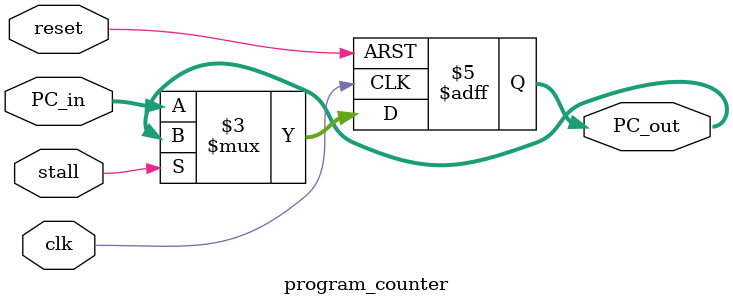
<source format=sv>
module program_counter (
  input logic [63:0] PC_in,
  input logic clk,
  input logic reset,
  input logic stall,
  output logic [63:0] PC_out
);
  
  always_ff @(posedge clk or posedge reset)
    if (reset)
      PC_out <= 64'd0;
    else if (!stall)
      PC_out <= PC_in;

endmodule

</source>
